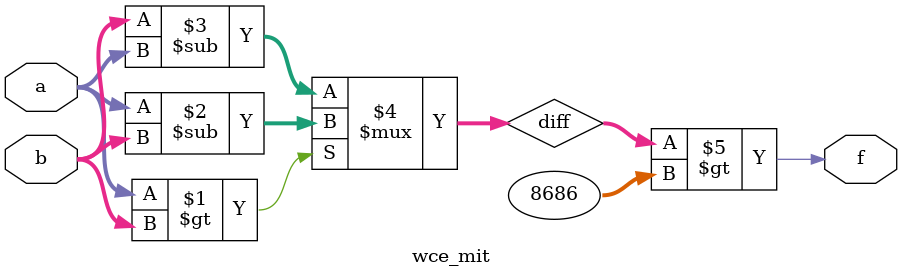
<source format=v>
module wce_mit(a, b, f);
parameter _bit = 16;
parameter wce = 8686;
input [_bit - 1: 0] a;
input [_bit - 1: 0] b;
output f;
wire [_bit - 1: 0] diff;
assign diff = (a > b)? (a - b): (b - a);
assign f = (diff > wce);
endmodule

</source>
